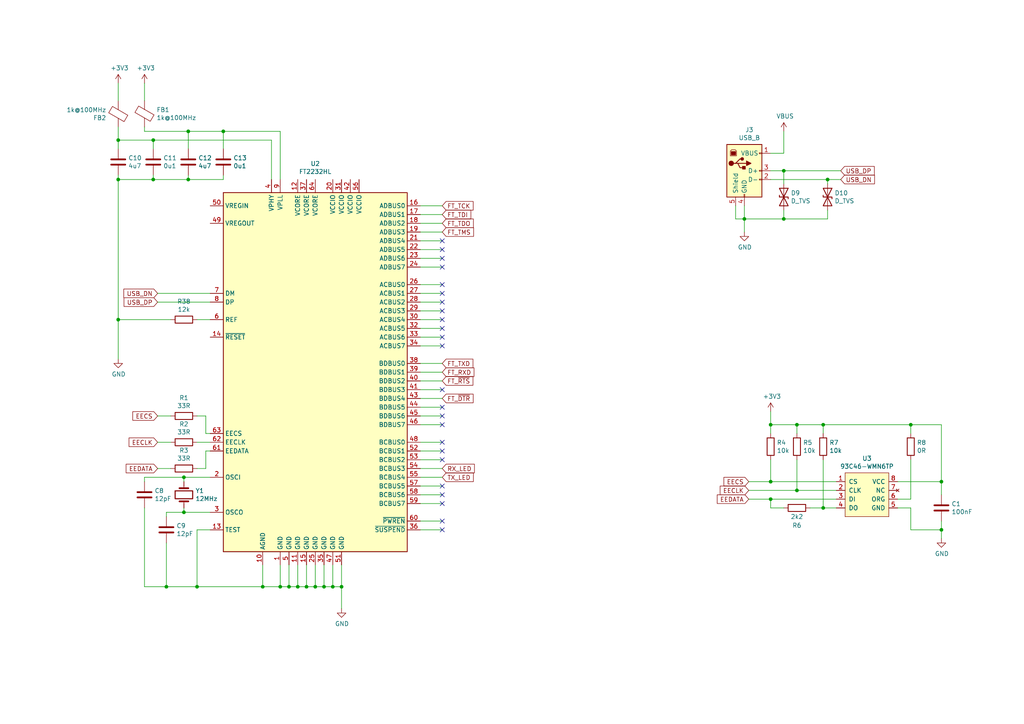
<source format=kicad_sch>
(kicad_sch (version 20211123) (generator eeschema)
  (paper "A4")
  (lib_symbols
    (symbol "93C46-WMN6TP:93C46-WMN6TP" (pin_names (offset 1.016))
      (property "Reference" "U" (at 0 2.54 0))
      (property "Value" "93C46-WMN6TP" (at 0 0 0))
      (symbol "93C46-WMN6TP_0_1"
        (rectangle (start -6.35 -2.54) (end 6.35 -15.24) (fill (type background)))
      )
      (symbol "93C46-WMN6TP_1_1"
        (pin input line (at -8.89 -5.08 0) (length 2.54) (name "CS") (number "1"))
        (pin input line (at -8.89 -7.62 0) (length 2.54) (name "CLK") (number "2"))
        (pin input line (at -8.89 -10.16 0) (length 2.54) (name "DI") (number "3"))
        (pin output line (at -8.89 -12.7 0) (length 2.54) (name "DO") (number "4"))
        (pin power_in line (at 8.89 -12.7 180) (length 2.54) (name "GND") (number "5"))
        (pin input line (at 8.89 -10.16 180) (length 2.54) (name "ORG") (number "6"))
        (pin no_connect line (at 8.89 -7.62 180) (length 2.54) (name "NC") (number "7"))
        (pin power_in line (at 8.89 -5.08 180) (length 2.54) (name "VCC") (number "8"))
      )
    )
    (symbol "Connector:USB_B" (pin_names (offset 1.016))
      (property "Reference" "J" (at -5.08 11.43 0))
      (property "Value" "USB_B" (at -5.08 8.89 0))
      (symbol "USB_B_0_1"
        (rectangle (start -5.08 -7.62) (end 5.08 7.62) (stroke (width 0.254)) (fill (type background)))
        (circle (center -3.81 2.159) (radius 0.635) (stroke (width 0.254)) (fill (type outline)))
        (rectangle (start -3.81 5.588) (end -2.54 4.572) (fill (type outline)))
        (circle (center -0.635 3.429) (radius 0.381) (stroke (width 0.254)) (fill (type outline)))
        (rectangle (start -0.127 -7.62) (end 0.127 -6.858))
        (polyline (pts (xy -1.905 2.159) (xy 0.635 2.159)) (stroke (width 0.254)))
        (polyline (pts (xy -3.175 2.159) (xy -2.54 2.159) (xy -1.27 3.429) (xy -0.635 3.429)) (stroke (width 0.254)))
        (polyline (pts (xy -2.54 2.159) (xy -1.905 2.159) (xy -1.27 0.889) (xy 0 0.889)) (stroke (width 0.254)))
        (polyline (pts (xy 0.635 2.794) (xy 0.635 1.524) (xy 1.905 2.159) (xy 0.635 2.794)) (stroke (width 0.254)) (fill (type outline)))
        (polyline (pts (xy -4.064 4.318) (xy -2.286 4.318) (xy -2.286 5.715) (xy -2.667 6.096) (xy -3.683 6.096) (xy -4.064 5.715) (xy -4.064 4.318)))
        (rectangle (start 0.254 1.27) (end -0.508 0.508) (stroke (width 0.254)) (fill (type outline)))
        (rectangle (start 5.08 -2.667) (end 4.318 -2.413))
        (rectangle (start 5.08 -0.127) (end 4.318 0.127))
        (rectangle (start 5.08 4.953) (end 4.318 5.207))
      )
      (symbol "USB_B_1_1"
        (pin power_out line (at 7.62 5.08 180) (length 2.54) (name "VBUS") (number "1"))
        (pin bidirectional line (at 7.62 -2.54 180) (length 2.54) (name "D-") (number "2"))
        (pin bidirectional line (at 7.62 0 180) (length 2.54) (name "D+") (number "3"))
        (pin power_out line (at 0 -10.16 90) (length 2.54) (name "GND") (number "4"))
        (pin passive line (at -2.54 -10.16 90) (length 2.54) (name "Shield") (number "5"))
      )
    )
    (symbol "Device:C" (pin_numbers hide) (pin_names (offset 0.254))
      (property "Reference" "C" (at 0.635 2.54 0))
      (property "Value" "C" (at 0.635 -2.54 0))
      (symbol "C_0_1"
        (polyline (pts (xy -2.032 -0.762) (xy 2.032 -0.762)) (stroke (width 0.508)))
        (polyline (pts (xy -2.032 0.762) (xy 2.032 0.762)) (stroke (width 0.508)))
      )
      (symbol "C_1_1"
        (pin passive line (at 0 3.81 270) (length 2.794) (name "~") (number "1"))
        (pin passive line (at 0 -3.81 90) (length 2.794) (name "~") (number "2"))
      )
    )
    (symbol "Device:Crystal" (pin_numbers hide) (pin_names (offset 1.016) hide)
      (property "Reference" "Y" (at 0 3.81 0))
      (property "Value" "Crystal" (at 0 -3.81 0))
      (symbol "Crystal_0_1"
        (rectangle (start -1.143 2.54) (end 1.143 -2.54) (stroke (width 0.3048)))
        (polyline (pts (xy -2.54 0) (xy -1.905 0)))
        (polyline (pts (xy -1.905 -1.27) (xy -1.905 1.27)) (stroke (width 0.508)))
        (polyline (pts (xy 1.905 -1.27) (xy 1.905 1.27)) (stroke (width 0.508)))
        (polyline (pts (xy 2.54 0) (xy 1.905 0)))
      )
      (symbol "Crystal_1_1"
        (pin passive line (at -3.81 0 0) (length 1.27) (name "1") (number "1"))
        (pin passive line (at 3.81 0 180) (length 1.27) (name "2") (number "2"))
      )
    )
    (symbol "Device:D_TVS" (pin_numbers hide) (pin_names (offset 1.016) hide)
      (property "Reference" "D" (at 0 2.54 0))
      (property "Value" "D_TVS" (at 0 -2.54 0))
      (symbol "D_TVS_0_1"
        (polyline (pts (xy 1.27 0) (xy -1.27 0)))
        (polyline (pts (xy 0.508 1.27) (xy 0 1.27) (xy 0 -1.27) (xy -0.508 -1.27)) (stroke (width 0.254)))
        (polyline (pts (xy -2.54 1.27) (xy -2.54 -1.27) (xy 2.54 1.27) (xy 2.54 -1.27) (xy -2.54 1.27)) (stroke (width 0.254)))
      )
      (symbol "D_TVS_1_1"
        (pin passive line (at -3.81 0 0) (length 2.54) (name "A1") (number "1"))
        (pin passive line (at 3.81 0 180) (length 2.54) (name "A2") (number "2"))
      )
    )
    (symbol "Device:Ferrite_Bead" (pin_numbers hide) (pin_names (offset 0))
      (property "Reference" "FB" (at -3.81 0.635 90))
      (property "Value" "Device_Ferrite_Bead" (at 3.81 0 90))
      (symbol "Ferrite_Bead_0_1"
        (polyline (pts (xy 0 -1.27) (xy 0 -1.2192)))
        (polyline (pts (xy 0 1.27) (xy 0 1.2954)))
        (polyline (pts (xy -2.7686 0.4064) (xy -1.7018 2.2606) (xy 2.7686 -0.3048) (xy 1.6764 -2.159) (xy -2.7686 0.4064)))
      )
      (symbol "Ferrite_Bead_1_1"
        (pin passive line (at 0 3.81 270) (length 2.54) (name "~") (number "1"))
        (pin passive line (at 0 -3.81 90) (length 2.54) (name "~") (number "2"))
      )
    )
    (symbol "Device:R" (pin_numbers hide) (pin_names (offset 0))
      (property "Reference" "R" (at 2.032 0 90))
      (property "Value" "R" (at 0 0 90))
      (symbol "R_0_1"
        (rectangle (start -1.016 -2.54) (end 1.016 2.54) (stroke (width 0.254)))
      )
      (symbol "R_1_1"
        (pin passive line (at 0 3.81 270) (length 1.27) (name "~") (number "1"))
        (pin passive line (at 0 -3.81 90) (length 1.27) (name "~") (number "2"))
      )
    )
    (symbol "Interface_USB:FT2232HL"
      (property "Reference" "U" (at -26.67 53.34 0))
      (property "Value" "FT2232HL" (at 19.05 53.34 0))
      (symbol "FT2232HL_0_1"
        (rectangle (start -26.67 -52.07) (end 26.67 52.07) (stroke (width 0.254)) (fill (type background)))
      )
      (symbol "FT2232HL_1_1"
        (pin power_in line (at -10.16 -55.88 90) (length 3.81) (name "GND") (number "1"))
        (pin power_in line (at -15.24 -55.88 90) (length 3.81) (name "AGND") (number "10"))
        (pin power_in line (at -5.08 -55.88 90) (length 3.81) (name "GND") (number "11"))
        (pin power_in line (at -5.08 55.88 270) (length 3.81) (name "VCORE") (number "12"))
        (pin input line (at -30.48 -45.72 0) (length 3.81) (name "TEST") (number "13"))
        (pin input line (at -30.48 10.16 0) (length 3.81) (name "~{RESET}") (number "14"))
        (pin power_in line (at -2.54 -55.88 90) (length 3.81) (name "GND") (number "15"))
        (pin bidirectional line (at 30.48 48.26 180) (length 3.81) (name "ADBUS0") (number "16"))
        (pin bidirectional line (at 30.48 45.72 180) (length 3.81) (name "ADBUS1") (number "17"))
        (pin bidirectional line (at 30.48 43.18 180) (length 3.81) (name "ADBUS2") (number "18"))
        (pin bidirectional line (at 30.48 40.64 180) (length 3.81) (name "ADBUS3") (number "19"))
        (pin input line (at -30.48 -30.48 0) (length 3.81) (name "OSCI") (number "2"))
        (pin power_in line (at 5.08 55.88 270) (length 3.81) (name "VCCIO") (number "20"))
        (pin bidirectional line (at 30.48 38.1 180) (length 3.81) (name "ADBUS4") (number "21"))
        (pin bidirectional line (at 30.48 35.56 180) (length 3.81) (name "ADBUS5") (number "22"))
        (pin bidirectional line (at 30.48 33.02 180) (length 3.81) (name "ADBUS6") (number "23"))
        (pin bidirectional line (at 30.48 30.48 180) (length 3.81) (name "ADBUS7") (number "24"))
        (pin power_in line (at 0 -55.88 90) (length 3.81) (name "GND") (number "25"))
        (pin bidirectional line (at 30.48 25.4 180) (length 3.81) (name "ACBUS0") (number "26"))
        (pin bidirectional line (at 30.48 22.86 180) (length 3.81) (name "ACBUS1") (number "27"))
        (pin bidirectional line (at 30.48 20.32 180) (length 3.81) (name "ACBUS2") (number "28"))
        (pin bidirectional line (at 30.48 17.78 180) (length 3.81) (name "ACBUS3") (number "29"))
        (pin output line (at -30.48 -40.64 0) (length 3.81) (name "OSCO") (number "3"))
        (pin bidirectional line (at 30.48 15.24 180) (length 3.81) (name "ACBUS4") (number "30"))
        (pin power_in line (at 7.62 55.88 270) (length 3.81) (name "VCCIO") (number "31"))
        (pin bidirectional line (at 30.48 12.7 180) (length 3.81) (name "ACBUS5") (number "32"))
        (pin bidirectional line (at 30.48 10.16 180) (length 3.81) (name "ACBUS6") (number "33"))
        (pin bidirectional line (at 30.48 7.62 180) (length 3.81) (name "ACBUS7") (number "34"))
        (pin power_in line (at 2.54 -55.88 90) (length 3.81) (name "GND") (number "35"))
        (pin output line (at 30.48 -45.72 180) (length 3.81) (name "~{SUSPEND}") (number "36"))
        (pin power_in line (at -2.54 55.88 270) (length 3.81) (name "VCORE") (number "37"))
        (pin bidirectional line (at 30.48 2.54 180) (length 3.81) (name "BDBUS0") (number "38"))
        (pin bidirectional line (at 30.48 0 180) (length 3.81) (name "BDBUS1") (number "39"))
        (pin power_in line (at -12.7 55.88 270) (length 3.81) (name "VPHY") (number "4"))
        (pin bidirectional line (at 30.48 -2.54 180) (length 3.81) (name "BDBUS2") (number "40"))
        (pin bidirectional line (at 30.48 -5.08 180) (length 3.81) (name "BDBUS3") (number "41"))
        (pin power_in line (at 10.16 55.88 270) (length 3.81) (name "VCCIO") (number "42"))
        (pin bidirectional line (at 30.48 -7.62 180) (length 3.81) (name "BDBUS4") (number "43"))
        (pin bidirectional line (at 30.48 -10.16 180) (length 3.81) (name "BDBUS5") (number "44"))
        (pin bidirectional line (at 30.48 -12.7 180) (length 3.81) (name "BDBUS6") (number "45"))
        (pin bidirectional line (at 30.48 -15.24 180) (length 3.81) (name "BDBUS7") (number "46"))
        (pin power_in line (at 5.08 -55.88 90) (length 3.81) (name "GND") (number "47"))
        (pin bidirectional line (at 30.48 -20.32 180) (length 3.81) (name "BCBUS0") (number "48"))
        (pin power_out line (at -30.48 43.18 0) (length 3.81) (name "VREGOUT") (number "49"))
        (pin power_in line (at -7.62 -55.88 90) (length 3.81) (name "GND") (number "5"))
        (pin power_in line (at -30.48 48.26 0) (length 3.81) (name "VREGIN") (number "50"))
        (pin power_in line (at 7.62 -55.88 90) (length 3.81) (name "GND") (number "51"))
        (pin bidirectional line (at 30.48 -22.86 180) (length 3.81) (name "BCBUS1") (number "52"))
        (pin bidirectional line (at 30.48 -25.4 180) (length 3.81) (name "BCBUS2") (number "53"))
        (pin bidirectional line (at 30.48 -27.94 180) (length 3.81) (name "BCBUS3") (number "54"))
        (pin bidirectional line (at 30.48 -30.48 180) (length 3.81) (name "BCBUS4") (number "55"))
        (pin power_in line (at 12.7 55.88 270) (length 3.81) (name "VCCIO") (number "56"))
        (pin bidirectional line (at 30.48 -33.02 180) (length 3.81) (name "BCBUS5") (number "57"))
        (pin bidirectional line (at 30.48 -35.56 180) (length 3.81) (name "BCBUS6") (number "58"))
        (pin bidirectional line (at 30.48 -38.1 180) (length 3.81) (name "BCBUS7") (number "59"))
        (pin output line (at -30.48 15.24 0) (length 3.81) (name "REF") (number "6"))
        (pin output line (at 30.48 -43.18 180) (length 3.81) (name "~{PWREN}") (number "60"))
        (pin bidirectional line (at -30.48 -22.86 0) (length 3.81) (name "EEDATA") (number "61"))
        (pin output line (at -30.48 -20.32 0) (length 3.81) (name "EECLK") (number "62"))
        (pin output line (at -30.48 -17.78 0) (length 3.81) (name "EECS") (number "63"))
        (pin power_in line (at 0 55.88 270) (length 3.81) (name "VCORE") (number "64"))
        (pin bidirectional line (at -30.48 22.86 0) (length 3.81) (name "DM") (number "7"))
        (pin bidirectional line (at -30.48 20.32 0) (length 3.81) (name "DP") (number "8"))
        (pin input line (at -10.16 55.88 270) (length 3.81) (name "VPLL") (number "9"))
      )
    )
    (symbol "power:+3V3" (power) (pin_names (offset 0))
      (property "Value" "+3V3" (at 0 3.556 0))
      (symbol "+3V3_0_1"
        (polyline (pts (xy -0.762 1.27) (xy 0 2.54)))
        (polyline (pts (xy 0 0) (xy 0 2.54)))
        (polyline (pts (xy 0 2.54) (xy 0.762 1.27)))
      )
      (symbol "+3V3_1_1"
        (pin power_in line (at 0 0 90) (length 0) hide (name "+3V3") (number "1"))
      )
    )
    (symbol "power:GND" (power) (pin_names (offset 0))
      (property "Value" "GND" (at 0 -3.81 0))
      (symbol "GND_0_1"
        (polyline (pts (xy 0 0) (xy 0 -1.27) (xy 1.27 -1.27) (xy 0 -2.54) (xy -1.27 -1.27) (xy 0 -1.27)))
      )
      (symbol "GND_1_1"
        (pin power_in line (at 0 0 270) (length 0) hide (name "GND") (number "1"))
      )
    )
    (symbol "power:VBUS" (power) (pin_names (offset 0))
      (property "Value" "VBUS" (at 0 3.81 0))
      (symbol "VBUS_0_1"
        (polyline (pts (xy -0.762 1.27) (xy 0 2.54)))
        (polyline (pts (xy 0 0) (xy 0 2.54)))
        (polyline (pts (xy 0 2.54) (xy 0.762 1.27)))
      )
      (symbol "VBUS_1_1"
        (pin power_in line (at 0 0 90) (length 0) hide (name "VBUS") (number "1"))
      )
    )
  )
  (junction (at 231.14 123.19))
  (junction (at 53.34 138.43))
  (junction (at 57.15 170.18))
  (junction (at 93.98 170.18))
  (junction (at 76.2 170.18))
  (junction (at 64.77 38.1))
  (junction (at 54.61 38.1))
  (junction (at 227.33 49.53))
  (junction (at 238.76 147.32))
  (junction (at 83.82 170.18))
  (junction (at 223.52 123.19))
  (junction (at 238.76 123.19))
  (junction (at 215.9 63.5))
  (junction (at 223.52 139.7))
  (junction (at 44.45 52.07))
  (junction (at 81.28 170.18))
  (junction (at 44.45 40.64))
  (junction (at 273.05 139.7))
  (junction (at 48.26 170.18))
  (junction (at 264.16 123.19))
  (junction (at 54.61 52.07))
  (junction (at 53.34 148.59))
  (junction (at 34.29 40.64))
  (junction (at 223.52 144.78))
  (junction (at 34.29 52.07))
  (junction (at 227.33 63.5))
  (junction (at 273.05 153.67))
  (junction (at 99.06 170.18))
  (junction (at 34.29 92.71))
  (junction (at 231.14 142.24))
  (junction (at 91.44 170.18))
  (junction (at 96.52 170.18))
  (junction (at 88.9 170.18))
  (junction (at 240.03 52.07))
  (junction (at 86.36 170.18))
  (no_connect (at 128.27 85.09))
  (no_connect (at 128.27 123.19))
  (no_connect (at 128.27 128.27))
  (no_connect (at 128.27 151.13))
  (no_connect (at 128.27 92.71))
  (no_connect (at 128.27 95.25))
  (no_connect (at 128.27 133.35))
  (no_connect (at 128.27 69.85))
  (no_connect (at 128.27 87.63))
  (no_connect (at 128.27 120.65))
  (no_connect (at 128.27 77.47))
  (no_connect (at 128.27 143.51))
  (no_connect (at 128.27 100.33))
  (no_connect (at 128.27 113.03))
  (no_connect (at 128.27 72.39))
  (no_connect (at 128.27 90.17))
  (no_connect (at 128.27 74.93))
  (no_connect (at 128.27 153.67))
  (no_connect (at 128.27 97.79))
  (no_connect (at 128.27 118.11))
  (no_connect (at 128.27 130.81))
  (no_connect (at 128.27 82.55))
  (no_connect (at 128.27 146.05))
  (no_connect (at 128.27 140.97))
  (wire (pts (xy 88.9 170.18) (xy 86.36 170.18)))
  (wire (pts (xy 54.61 52.07) (xy 44.45 52.07)))
  (wire (pts (xy 227.33 44.45) (xy 227.33 38.1)))
  (wire (pts (xy 81.28 38.1) (xy 81.28 52.07)))
  (wire (pts (xy 223.52 119.38) (xy 223.52 123.19)))
  (wire (pts (xy 88.9 163.83) (xy 88.9 170.18)))
  (wire (pts (xy 48.26 148.59) (xy 48.26 149.86)))
  (wire (pts (xy 128.27 140.97) (xy 121.92 140.97)))
  (wire (pts (xy 41.91 36.83) (xy 41.91 38.1)))
  (wire (pts (xy 128.27 130.81) (xy 121.92 130.81)))
  (wire (pts (xy 41.91 147.32) (xy 41.91 170.18)))
  (wire (pts (xy 227.33 63.5) (xy 227.33 60.96)))
  (wire (pts (xy 215.9 63.5) (xy 215.9 67.31)))
  (wire (pts (xy 121.92 135.89) (xy 128.27 135.89)))
  (wire (pts (xy 34.29 92.71) (xy 34.29 104.14)))
  (wire (pts (xy 260.35 144.78) (xy 264.16 144.78)))
  (wire (pts (xy 53.34 138.43) (xy 53.34 139.7)))
  (wire (pts (xy 34.29 52.07) (xy 34.29 50.8)))
  (wire (pts (xy 128.27 69.85) (xy 121.92 69.85)))
  (wire (pts (xy 59.69 125.73) (xy 60.96 125.73)))
  (wire (pts (xy 128.27 95.25) (xy 121.92 95.25)))
  (wire (pts (xy 128.27 151.13) (xy 121.92 151.13)))
  (wire (pts (xy 76.2 170.18) (xy 57.15 170.18)))
  (wire (pts (xy 128.27 107.95) (xy 121.92 107.95)))
  (wire (pts (xy 223.52 44.45) (xy 227.33 44.45)))
  (wire (pts (xy 34.29 36.83) (xy 34.29 40.64)))
  (wire (pts (xy 264.16 144.78) (xy 264.16 133.35)))
  (wire (pts (xy 260.35 147.32) (xy 264.16 147.32)))
  (wire (pts (xy 121.92 110.49) (xy 128.27 110.49)))
  (wire (pts (xy 231.14 133.35) (xy 231.14 142.24)))
  (wire (pts (xy 223.52 123.19) (xy 231.14 123.19)))
  (wire (pts (xy 93.98 163.83) (xy 93.98 170.18)))
  (wire (pts (xy 264.16 123.19) (xy 273.05 123.19)))
  (wire (pts (xy 238.76 123.19) (xy 264.16 123.19)))
  (wire (pts (xy 231.14 125.73) (xy 231.14 123.19)))
  (wire (pts (xy 227.33 49.53) (xy 243.84 49.53)))
  (wire (pts (xy 128.27 82.55) (xy 121.92 82.55)))
  (wire (pts (xy 81.28 163.83) (xy 81.28 170.18)))
  (wire (pts (xy 223.52 144.78) (xy 242.57 144.78)))
  (wire (pts (xy 128.27 115.57) (xy 121.92 115.57)))
  (wire (pts (xy 76.2 163.83) (xy 76.2 170.18)))
  (wire (pts (xy 223.52 139.7) (xy 242.57 139.7)))
  (wire (pts (xy 86.36 170.18) (xy 83.82 170.18)))
  (wire (pts (xy 44.45 50.8) (xy 44.45 52.07)))
  (wire (pts (xy 57.15 128.27) (xy 60.96 128.27)))
  (wire (pts (xy 41.91 138.43) (xy 41.91 139.7)))
  (wire (pts (xy 64.77 38.1) (xy 81.28 38.1)))
  (wire (pts (xy 128.27 85.09) (xy 121.92 85.09)))
  (wire (pts (xy 53.34 148.59) (xy 48.26 148.59)))
  (wire (pts (xy 34.29 40.64) (xy 44.45 40.64)))
  (wire (pts (xy 223.52 49.53) (xy 227.33 49.53)))
  (wire (pts (xy 60.96 87.63) (xy 45.72 87.63)))
  (wire (pts (xy 128.27 153.67) (xy 121.92 153.67)))
  (wire (pts (xy 128.27 90.17) (xy 121.92 90.17)))
  (wire (pts (xy 99.06 170.18) (xy 99.06 176.53)))
  (wire (pts (xy 215.9 59.69) (xy 215.9 63.5)))
  (wire (pts (xy 45.72 128.27) (xy 49.53 128.27)))
  (wire (pts (xy 81.28 170.18) (xy 76.2 170.18)))
  (wire (pts (xy 121.92 62.23) (xy 128.27 62.23)))
  (wire (pts (xy 57.15 170.18) (xy 57.15 153.67)))
  (wire (pts (xy 264.16 153.67) (xy 273.05 153.67)))
  (wire (pts (xy 53.34 148.59) (xy 60.96 148.59)))
  (wire (pts (xy 60.96 130.81) (xy 59.69 130.81)))
  (wire (pts (xy 217.17 139.7) (xy 223.52 139.7)))
  (wire (pts (xy 128.27 146.05) (xy 121.92 146.05)))
  (wire (pts (xy 121.92 105.41) (xy 128.27 105.41)))
  (wire (pts (xy 91.44 163.83) (xy 91.44 170.18)))
  (wire (pts (xy 128.27 97.79) (xy 121.92 97.79)))
  (wire (pts (xy 264.16 147.32) (xy 264.16 153.67)))
  (wire (pts (xy 59.69 130.81) (xy 59.69 135.89)))
  (wire (pts (xy 44.45 40.64) (xy 78.74 40.64)))
  (wire (pts (xy 213.36 63.5) (xy 213.36 59.69)))
  (wire (pts (xy 78.74 40.64) (xy 78.74 52.07)))
  (wire (pts (xy 34.29 40.64) (xy 34.29 43.18)))
  (wire (pts (xy 34.29 52.07) (xy 34.29 92.71)))
  (wire (pts (xy 99.06 170.18) (xy 96.52 170.18)))
  (wire (pts (xy 96.52 170.18) (xy 93.98 170.18)))
  (wire (pts (xy 83.82 163.83) (xy 83.82 170.18)))
  (wire (pts (xy 227.33 49.53) (xy 227.33 53.34)))
  (wire (pts (xy 64.77 52.07) (xy 54.61 52.07)))
  (wire (pts (xy 86.36 163.83) (xy 86.36 170.18)))
  (wire (pts (xy 60.96 138.43) (xy 53.34 138.43)))
  (wire (pts (xy 264.16 123.19) (xy 264.16 125.73)))
  (wire (pts (xy 34.29 92.71) (xy 49.53 92.71)))
  (wire (pts (xy 128.27 74.93) (xy 121.92 74.93)))
  (wire (pts (xy 64.77 50.8) (xy 64.77 52.07)))
  (wire (pts (xy 128.27 143.51) (xy 121.92 143.51)))
  (wire (pts (xy 53.34 138.43) (xy 41.91 138.43)))
  (wire (pts (xy 238.76 133.35) (xy 238.76 147.32)))
  (wire (pts (xy 238.76 147.32) (xy 242.57 147.32)))
  (wire (pts (xy 128.27 64.77) (xy 121.92 64.77)))
  (wire (pts (xy 260.35 139.7) (xy 273.05 139.7)))
  (wire (pts (xy 273.05 123.19) (xy 273.05 139.7)))
  (wire (pts (xy 128.27 77.47) (xy 121.92 77.47)))
  (wire (pts (xy 128.27 87.63) (xy 121.92 87.63)))
  (wire (pts (xy 121.92 138.43) (xy 128.27 138.43)))
  (wire (pts (xy 44.45 40.64) (xy 44.45 43.18)))
  (wire (pts (xy 34.29 24.13) (xy 34.29 29.21)))
  (wire (pts (xy 227.33 63.5) (xy 240.03 63.5)))
  (wire (pts (xy 128.27 72.39) (xy 121.92 72.39)))
  (wire (pts (xy 93.98 170.18) (xy 91.44 170.18)))
  (wire (pts (xy 223.52 133.35) (xy 223.52 139.7)))
  (wire (pts (xy 240.03 52.07) (xy 240.03 53.34)))
  (wire (pts (xy 128.27 133.35) (xy 121.92 133.35)))
  (wire (pts (xy 231.14 123.19) (xy 238.76 123.19)))
  (wire (pts (xy 217.17 142.24) (xy 231.14 142.24)))
  (wire (pts (xy 45.72 135.89) (xy 49.53 135.89)))
  (wire (pts (xy 128.27 118.11) (xy 121.92 118.11)))
  (wire (pts (xy 57.15 153.67) (xy 60.96 153.67)))
  (wire (pts (xy 45.72 85.09) (xy 60.96 85.09)))
  (wire (pts (xy 99.06 163.83) (xy 99.06 170.18)))
  (wire (pts (xy 54.61 38.1) (xy 64.77 38.1)))
  (wire (pts (xy 121.92 67.31) (xy 128.27 67.31)))
  (wire (pts (xy 41.91 24.13) (xy 41.91 29.21)))
  (wire (pts (xy 240.03 63.5) (xy 240.03 60.96)))
  (wire (pts (xy 57.15 120.65) (xy 59.69 120.65)))
  (wire (pts (xy 223.52 147.32) (xy 223.52 144.78)))
  (wire (pts (xy 128.27 123.19) (xy 121.92 123.19)))
  (wire (pts (xy 91.44 170.18) (xy 88.9 170.18)))
  (wire (pts (xy 273.05 153.67) (xy 273.05 156.21)))
  (wire (pts (xy 48.26 170.18) (xy 57.15 170.18)))
  (wire (pts (xy 128.27 100.33) (xy 121.92 100.33)))
  (wire (pts (xy 41.91 38.1) (xy 54.61 38.1)))
  (wire (pts (xy 273.05 151.13) (xy 273.05 153.67)))
  (wire (pts (xy 238.76 125.73) (xy 238.76 123.19)))
  (wire (pts (xy 57.15 92.71) (xy 60.96 92.71)))
  (wire (pts (xy 240.03 52.07) (xy 243.84 52.07)))
  (wire (pts (xy 83.82 170.18) (xy 81.28 170.18)))
  (wire (pts (xy 41.91 170.18) (xy 48.26 170.18)))
  (wire (pts (xy 223.52 52.07) (xy 240.03 52.07)))
  (wire (pts (xy 54.61 38.1) (xy 54.61 43.18)))
  (wire (pts (xy 223.52 125.73) (xy 223.52 123.19)))
  (wire (pts (xy 215.9 63.5) (xy 213.36 63.5)))
  (wire (pts (xy 128.27 92.71) (xy 121.92 92.71)))
  (wire (pts (xy 59.69 135.89) (xy 57.15 135.89)))
  (wire (pts (xy 217.17 144.78) (xy 223.52 144.78)))
  (wire (pts (xy 121.92 59.69) (xy 128.27 59.69)))
  (wire (pts (xy 64.77 38.1) (xy 64.77 43.18)))
  (wire (pts (xy 48.26 157.48) (xy 48.26 170.18)))
  (wire (pts (xy 273.05 139.7) (xy 273.05 143.51)))
  (wire (pts (xy 234.95 147.32) (xy 238.76 147.32)))
  (wire (pts (xy 227.33 147.32) (xy 223.52 147.32)))
  (wire (pts (xy 231.14 142.24) (xy 242.57 142.24)))
  (wire (pts (xy 215.9 63.5) (xy 227.33 63.5)))
  (wire (pts (xy 128.27 113.03) (xy 121.92 113.03)))
  (wire (pts (xy 53.34 148.59) (xy 53.34 147.32)))
  (wire (pts (xy 54.61 50.8) (xy 54.61 52.07)))
  (wire (pts (xy 45.72 120.65) (xy 49.53 120.65)))
  (wire (pts (xy 44.45 52.07) (xy 34.29 52.07)))
  (wire (pts (xy 96.52 163.83) (xy 96.52 170.18)))
  (wire (pts (xy 59.69 120.65) (xy 59.69 125.73)))
  (wire (pts (xy 128.27 128.27) (xy 121.92 128.27)))
  (wire (pts (xy 128.27 120.65) (xy 121.92 120.65)))
  (global_label "USB_DP" (shape input) (at 243.84 49.53 0) (property "Intersheet References" "${INTERSHEET_REFS}" (effects hide)))
  (global_label "FT_~{RTS}" (shape input) (at 128.27 110.49 0) (property "Intersheet References" "${INTERSHEET_REFS}" (effects hide)))
  (global_label "FT_TDI" (shape input) (at 128.27 62.23 0) (property "Intersheet References" "${INTERSHEET_REFS}" (effects hide)))
  (global_label "TX_LED" (shape input) (at 128.27 138.43 0) (property "Intersheet References" "${INTERSHEET_REFS}" (effects hide)))
  (global_label "USB_DN" (shape input) (at 243.84 52.07 0) (property "Intersheet References" "${INTERSHEET_REFS}" (effects hide)))
  (global_label "EEDATA" (shape input) (at 45.72 135.89 180) (property "Intersheet References" "${INTERSHEET_REFS}" (effects hide)))
  (global_label "RX_LED" (shape input) (at 128.27 135.89 0) (property "Intersheet References" "${INTERSHEET_REFS}" (effects hide)))
  (global_label "FT_TCK" (shape input) (at 128.27 59.69 0) (property "Intersheet References" "${INTERSHEET_REFS}" (effects hide)))
  (global_label "EECS" (shape input) (at 45.72 120.65 180) (property "Intersheet References" "${INTERSHEET_REFS}" (effects hide)))
  (global_label "EECLK" (shape input) (at 45.72 128.27 180) (property "Intersheet References" "${INTERSHEET_REFS}" (effects hide)))
  (global_label "USB_DP" (shape input) (at 45.72 87.63 180) (property "Intersheet References" "${INTERSHEET_REFS}" (effects hide)))
  (global_label "USB_DN" (shape input) (at 45.72 85.09 180) (property "Intersheet References" "${INTERSHEET_REFS}" (effects hide)))
  (global_label "EECS" (shape input) (at 217.17 139.7 180) (property "Intersheet References" "${INTERSHEET_REFS}" (effects hide)))
  (global_label "EECLK" (shape input) (at 217.17 142.24 180) (property "Intersheet References" "${INTERSHEET_REFS}" (effects hide)))
  (global_label "FT_TMS" (shape input) (at 128.27 67.31 0) (property "Intersheet References" "${INTERSHEET_REFS}" (effects hide)))
  (global_label "FT_~{DTR}" (shape input) (at 128.27 115.57 0) (property "Intersheet References" "${INTERSHEET_REFS}" (effects hide)))
  (global_label "EEDATA" (shape input) (at 217.17 144.78 180) (property "Intersheet References" "${INTERSHEET_REFS}" (effects hide)))
  (global_label "FT_RXD" (shape input) (at 128.27 107.95 0) (property "Intersheet References" "${INTERSHEET_REFS}" (effects hide)))
  (global_label "FT_TXD" (shape input) (at 128.27 105.41 0) (property "Intersheet References" "${INTERSHEET_REFS}" (effects hide)))
  (global_label "FT_TDO" (shape input) (at 128.27 64.77 0) (property "Intersheet References" "${INTERSHEET_REFS}" (effects hide)))
  (symbol (lib_id "Interface_USB:FT2232HL") (at 91.44 107.95 0) (unit 1)
    (property "Reference" "U2" (at 91.44 47.4726 0))
    (property "Value" "FT2232HL" (at 91.44 49.784 0))
    (property "Footprint" "Package_QFP:LQFP-64_10x10mm_P0.5mm" (effects hide))
    (property "Datasheet" "https://www.ftdichip.com/Support/Documents/DataSheets/ICs/DS_FT2232H.pdf" (effects hide))
  )
  (symbol (lib_id "Connector:USB_B") (at 215.9 49.53 0) (unit 1)
    (property "Reference" "J3" (at 217.3478 37.6682 0))
    (property "Value" "USB_B" (at 217.3478 39.9796 0))
    (property "Footprint" "Connector_USB:USB_B_OST_USB-B1HSxx_Horizontal" (effects hide))
    (property "Datasheet" " ~" (effects hide))
  )
  (symbol (lib_id "Device:Ferrite_Bead") (at 41.91 33.02 0) (unit 1)
    (property "Reference" "FB1" (at 45.3898 31.8516 0) (effects (justify left)))
    (property "Value" "1k@100MHz" (at 45.3898 34.163 0) (effects (justify left)))
    (property "Footprint" "Resistor_SMD:R_1206_3216Metric_Pad1.30x1.75mm_HandSolder" (effects hide))
  )
  (symbol (lib_id "Device:Ferrite_Bead") (at 34.29 33.02 180) (unit 1)
    (property "Reference" "FB2" (at 30.8102 34.1884 0) (effects (justify left)))
    (property "Value" "1k@100MHz" (at 30.8102 31.877 0) (effects (justify left)))
    (property "Footprint" "Resistor_SMD:R_1206_3216Metric_Pad1.30x1.75mm_HandSolder" (effects hide))
  )
  (symbol (lib_id "93C46-WMN6TP:93C46-WMN6TP") (at 251.46 134.62 0) (unit 1)
    (property "Reference" "U3" (at 251.46 132.969 0))
    (property "Value" "93C46-WMN6TP" (at 251.46 135.2804 0))
    (property "Footprint" "Package_SO:SOIC-8_3.9x4.9mm_P1.27mm" (effects hide))
  )
  (symbol (lib_id "Device:R") (at 238.76 129.54 180) (unit 1)
    (property "Reference" "R7" (at 240.538 128.3716 0) (effects (justify right)))
    (property "Value" "10k" (at 240.538 130.683 0) (effects (justify right)))
    (property "Footprint" "Resistor_SMD:R_1206_3216Metric_Pad1.30x1.75mm_HandSolder" (effects hide))
  )
  (symbol (lib_id "Device:R") (at 231.14 129.54 180) (unit 1)
    (property "Reference" "R5" (at 232.918 128.3716 0) (effects (justify right)))
    (property "Value" "10k" (at 232.918 130.683 0) (effects (justify right)))
    (property "Footprint" "Resistor_SMD:R_1206_3216Metric_Pad1.30x1.75mm_HandSolder" (effects hide))
  )
  (symbol (lib_id "Device:R") (at 223.52 129.54 180) (unit 1)
    (property "Reference" "R4" (at 225.298 128.3716 0) (effects (justify right)))
    (property "Value" "10k" (at 225.298 130.683 0) (effects (justify right)))
    (property "Footprint" "Resistor_SMD:R_1206_3216Metric_Pad1.30x1.75mm_HandSolder" (effects hide))
  )
  (symbol (lib_id "Device:R") (at 231.14 147.32 90) (unit 1)
    (property "Reference" "R6" (at 231.14 152.4 90))
    (property "Value" "2k2" (at 231.14 149.86 90))
    (property "Footprint" "Resistor_SMD:R_1206_3216Metric_Pad1.30x1.75mm_HandSolder" (effects hide))
  )
  (symbol (lib_id "Device:R") (at 264.16 129.54 0) (unit 1)
    (property "Reference" "R8" (at 265.938 128.3716 0) (effects (justify left)))
    (property "Value" "0R" (at 265.938 130.683 0) (effects (justify left)))
    (property "Footprint" "Resistor_SMD:R_1206_3216Metric_Pad1.30x1.75mm_HandSolder" (effects hide))
  )
  (symbol (lib_id "Device:C") (at 273.05 147.32 0) (unit 1)
    (property "Reference" "C1" (at 275.971 146.1516 0) (effects (justify left)))
    (property "Value" "100nF" (at 275.971 148.463 0) (effects (justify left)))
    (property "Footprint" "Capacitor_SMD:C_1206_3216Metric_Pad1.33x1.80mm_HandSolder" (effects hide))
  )
  (symbol (lib_id "power:GND") (at 273.05 156.21 0) (unit 1)
    (property "Reference" "#PWR0101" (effects hide))
    (property "Value" "GND" (at 273.177 160.6042 0))
  )
  (symbol (lib_id "power:+3V3") (at 223.52 119.38 0) (unit 1)
    (property "Reference" "#PWR0102" (effects hide))
    (property "Value" "+3V3" (at 223.901 114.9858 0))
  )
  (symbol (lib_id "Device:R") (at 53.34 128.27 90) (unit 1)
    (property "Reference" "R2" (at 53.34 123.0122 90))
    (property "Value" "33R" (at 53.34 125.3236 90))
    (property "Footprint" "Resistor_SMD:R_1206_3216Metric_Pad1.30x1.75mm_HandSolder" (effects hide))
  )
  (symbol (lib_id "Device:R") (at 53.34 135.89 90) (unit 1)
    (property "Reference" "R3" (at 53.34 130.6322 90))
    (property "Value" "33R" (at 53.34 132.9436 90))
    (property "Footprint" "Resistor_SMD:R_1206_3216Metric_Pad1.30x1.75mm_HandSolder" (effects hide))
  )
  (symbol (lib_id "Device:R") (at 53.34 120.65 90) (unit 1)
    (property "Reference" "R1" (at 53.34 115.3922 90))
    (property "Value" "33R" (at 53.34 117.7036 90))
    (property "Footprint" "Resistor_SMD:R_1206_3216Metric_Pad1.30x1.75mm_HandSolder" (effects hide))
  )
  (symbol (lib_id "power:GND") (at 99.06 176.53 0) (unit 1)
    (property "Reference" "#PWR0103" (effects hide))
    (property "Value" "GND" (at 99.187 180.9242 0))
  )
  (symbol (lib_id "power:GND") (at 215.9 67.31 0) (unit 1)
    (property "Reference" "#PWR0104" (effects hide))
    (property "Value" "GND" (at 216.027 71.7042 0))
  )
  (symbol (lib_id "power:VBUS") (at 227.33 38.1 0) (unit 1)
    (property "Reference" "#PWR0105" (effects hide))
    (property "Value" "VBUS" (at 227.711 33.7058 0))
  )
  (symbol (lib_id "power:+3V3") (at 34.29 24.13 0) (unit 1)
    (property "Reference" "#PWR0124" (effects hide))
    (property "Value" "+3V3" (at 34.671 19.7358 0))
  )
  (symbol (lib_id "power:+3V3") (at 41.91 24.13 0) (unit 1)
    (property "Reference" "#PWR0125" (effects hide))
    (property "Value" "+3V3" (at 42.291 19.7358 0))
  )
  (symbol (lib_id "Device:C") (at 34.29 46.99 0) (unit 1)
    (property "Reference" "C10" (at 37.211 45.8216 0) (effects (justify left)))
    (property "Value" "4u7" (at 37.211 48.133 0) (effects (justify left)))
    (property "Footprint" "Capacitor_SMD:C_1206_3216Metric_Pad1.33x1.80mm_HandSolder" (effects hide))
  )
  (symbol (lib_id "Device:C") (at 44.45 46.99 0) (unit 1)
    (property "Reference" "C11" (at 47.371 45.8216 0) (effects (justify left)))
    (property "Value" "0u1" (at 47.371 48.133 0) (effects (justify left)))
    (property "Footprint" "Capacitor_SMD:C_1206_3216Metric_Pad1.33x1.80mm_HandSolder" (effects hide))
  )
  (symbol (lib_id "Device:C") (at 54.61 46.99 0) (unit 1)
    (property "Reference" "C12" (at 57.531 45.8216 0) (effects (justify left)))
    (property "Value" "4u7" (at 57.531 48.133 0) (effects (justify left)))
    (property "Footprint" "Capacitor_SMD:C_1206_3216Metric_Pad1.33x1.80mm_HandSolder" (effects hide))
  )
  (symbol (lib_id "Device:C") (at 64.77 46.99 0) (unit 1)
    (property "Reference" "C13" (at 67.691 45.8216 0) (effects (justify left)))
    (property "Value" "0u1" (at 67.691 48.133 0) (effects (justify left)))
    (property "Footprint" "Capacitor_SMD:C_1206_3216Metric_Pad1.33x1.80mm_HandSolder" (effects hide))
  )
  (symbol (lib_id "power:GND") (at 34.29 104.14 0) (unit 1)
    (property "Reference" "#PWR0126" (effects hide))
    (property "Value" "GND" (at 34.417 108.5342 0))
  )
  (symbol (lib_id "Device:R") (at 53.34 92.71 270) (unit 1)
    (property "Reference" "R38" (at 53.34 87.4522 90))
    (property "Value" "12k" (at 53.34 89.7636 90))
    (property "Footprint" "Resistor_SMD:R_1206_3216Metric_Pad1.30x1.75mm_HandSolder" (effects hide))
  )
  (symbol (lib_id "Device:D_TVS") (at 227.33 57.15 270) (unit 1)
    (property "Reference" "D9" (at 229.362 55.9816 90) (effects (justify left)))
    (property "Value" "D_TVS" (at 229.362 58.293 90) (effects (justify left)))
    (property "Footprint" "Diode_SMD:D_0603_1608Metric_Pad1.05x0.95mm_HandSolder" (effects hide))
  )
  (symbol (lib_id "Device:D_TVS") (at 240.03 57.15 270) (unit 1)
    (property "Reference" "D10" (at 242.062 55.9816 90) (effects (justify left)))
    (property "Value" "D_TVS" (at 242.062 58.293 90) (effects (justify left)))
    (property "Footprint" "Diode_SMD:D_0603_1608Metric_Pad1.05x0.95mm_HandSolder" (effects hide))
  )
  (symbol (lib_id "Device:Crystal") (at 53.34 143.51 270) (unit 1)
    (property "Reference" "Y1" (at 56.6674 142.3416 90) (effects (justify left)))
    (property "Value" "12MHz" (at 56.6674 144.653 90) (effects (justify left)))
    (property "Footprint" "Crystal:Crystal_SMD_HC49-SD_HandSoldering" (effects hide))
  )
  (symbol (lib_id "Device:C") (at 41.91 143.51 0) (unit 1)
    (property "Reference" "C8" (at 44.831 142.3416 0) (effects (justify left)))
    (property "Value" "12pF" (at 44.831 144.653 0) (effects (justify left)))
    (property "Footprint" "Capacitor_SMD:C_1206_3216Metric_Pad1.33x1.80mm_HandSolder" (effects hide))
  )
  (symbol (lib_id "Device:C") (at 48.26 153.67 0) (unit 1)
    (property "Reference" "C9" (at 51.181 152.5016 0) (effects (justify left)))
    (property "Value" "12pF" (at 51.181 154.813 0) (effects (justify left)))
    (property "Footprint" "Capacitor_SMD:C_1206_3216Metric_Pad1.33x1.80mm_HandSolder" (effects hide))
  )
)
</source>
